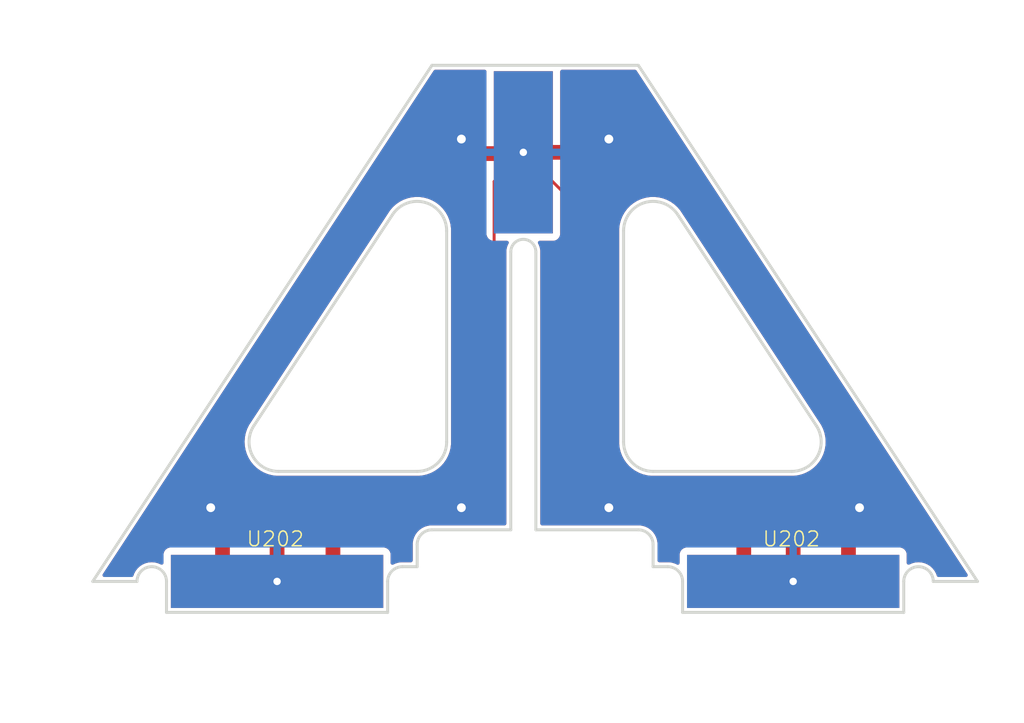
<source format=kicad_pcb>
(kicad_pcb (version 20240108) (generator "pcbnew") (generator_version "8.0")
  (layers (0 "F.Cu" signal) (31 "B.Cu" signal) (34 "B.Paste" user) (35 "F.Paste" user) (36 "B.SilkS" user "B.Silkscreen") (37 "F.SilkS" user "F.Silkscreen") (38 "B.Mask" user) (39 "F.Mask" user) (44 "Edge.Cuts" user))
  (net 0 "")
  (net 1 "gnd")
  (footprint "my_footprints:edge_contact_11" (layer "F.Cu") (at -0.8 15.9 90)
    (property "Reference" "REF**" (hide yes))
    (property "Value" "edge_contact_11")
    (pad "1" thru_hole rect (at 0 0 90) (size 11 4) (drill 0.5) (layers "*.Cu" "*.Mask") (net 1 "gnd"))
  )
  (footprint "my_footprints:edge_contact" (layer "F.Cu") (at 17.5 45)
    (property "Reference" "U202" (at -0.12 -2.88 0) (layer "F.SilkS") (effects (font (thickness 0.1))))
    (property "Value" "~")
    (pad "1" thru_hole rect (at 0 0) (size 14.4 3.6) (drill 0.5) (layers "*.Cu" "*.Mask") (net 1 "gnd"))
  )
  (footprint "my_footprints:edge_contact" (layer "F.Cu") (at -17.5 45)
    (property "Reference" "U202" (at -0.12 -2.88 0) (layer "F.SilkS") (effects (font (thickness 0.1))))
    (property "Value" "~")
    (pad "1" thru_hole rect (at 0 0) (size 14.4 3.6) (drill 0.5) (layers "*.Cu" "*.Mask") (net 1 "gnd"))
  )
  (gr_arc (start -1.65 22.65) (mid -0.8 21.8) (end 0.05 22.65) (stroke (width 0.2)) (layer "Edge.Cuts"))
  (gr_line (start -1.65 41.5) (end -7 41.5) (stroke (width 0.2)) (layer "Edge.Cuts"))
  (gr_line (start 7 10) (end 30 45) (stroke (width 0.2)) (layer "Edge.Cuts"))
  (gr_line (start 10 47.1) (end 25 47.1) (stroke (width 0.2)) (layer "Edge.Cuts"))
  (gr_arc (start 25 45) (mid 26 44) (end 27 45) (stroke (width 0.2)) (layer "Edge.Cuts"))
  (gr_arc (start 7 41.5) (mid 7.707107 41.792893) (end 8 42.5) (stroke (width 0.2)) (layer "Edge.Cuts"))
  (gr_line (start 6 21.226868) (end 6 35.537) (stroke (width 0.2)) (layer "Edge.Cuts"))
  (gr_arc (start 9 44) (mid 9.707107 44.292893) (end 10 45) (stroke (width 0.2)) (layer "Edge.Cuts"))
  (gr_arc (start -6 35.537) (mid -6.585786 36.951214) (end -8 37.537) (stroke (width 0.2)) (layer "Edge.Cuts"))
  (gr_line (start 9.671615 20.128822) (end 19.071615 34.438954) (stroke (width 0.2)) (layer "Edge.Cuts"))
  (gr_line (start -9 44) (end -8 44) (stroke (width 0.2)) (layer "Edge.Cuts"))
  (gr_line (start -10 47.1) (end -10 45) (stroke (width 0.2)) (layer "Edge.Cuts"))
  (gr_line (start -30 45) (end -7 10) (stroke (width 0.2)) (layer "Edge.Cuts"))
  (gr_arc (start 8 37.537) (mid 6.585786 36.951214) (end 6 35.537) (stroke (width 0.2)) (layer "Edge.Cuts"))
  (gr_arc (start 6 21.226868) (mid 7.42695 19.310722) (end 9.671615 20.128822) (stroke (width 0.2)) (layer "Edge.Cuts"))
  (gr_line (start -25 45) (end -25 47.1) (stroke (width 0.2)) (layer "Edge.Cuts"))
  (gr_arc (start -17.4 37.537) (mid -19.160127 36.486713) (end -19.071615 34.438954) (stroke (width 0.2)) (layer "Edge.Cuts"))
  (gr_line (start -19.071615 34.438954) (end -9.671615 20.128822) (stroke (width 0.2)) (layer "Edge.Cuts"))
  (gr_line (start -17.4 37.537) (end -8 37.537) (stroke (width 0.2)) (layer "Edge.Cuts"))
  (gr_line (start -25 47.1) (end -10 47.1) (stroke (width 0.2)) (layer "Edge.Cuts"))
  (gr_arc (start -9.671615 20.128822) (mid -7.426951 19.310721) (end -6 21.226868) (stroke (width 0.2)) (layer "Edge.Cuts"))
  (gr_line (start -8 42.5) (end -8 44) (stroke (width 0.2)) (layer "Edge.Cuts"))
  (gr_arc (start 19.071615 34.438954) (mid 19.160126 36.486712) (end 17.4 37.537) (stroke (width 0.2)) (layer "Edge.Cuts"))
  (gr_arc (start -10 45) (mid -9.707107 44.292893) (end -9 44) (stroke (width 0.2)) (layer "Edge.Cuts"))
  (gr_line (start 10 45) (end 10 47.1) (stroke (width 0.2)) (layer "Edge.Cuts"))
  (gr_line (start -1.65 22.65) (end -1.65 41.5) (stroke (width 0.2)) (layer "Edge.Cuts"))
  (gr_line (start -6 35.537) (end -6 21.226868) (stroke (width 0.2)) (layer "Edge.Cuts"))
  (gr_arc (start -27 45) (mid -26 44) (end -25 45) (stroke (width 0.2)) (layer "Edge.Cuts"))
  (gr_line (start 7 10) (end -7 10) (stroke (width 0.2)) (layer "Edge.Cuts"))
  (gr_arc (start -8 42.5) (mid -7.707107 41.792893) (end -7 41.5) (stroke (width 0.2)) (layer "Edge.Cuts"))
  (gr_line (start 27 45) (end 30 45) (stroke (width 0.2)) (layer "Edge.Cuts"))
  (gr_line (start 25 47.1) (end 25 45) (stroke (width 0.2)) (layer "Edge.Cuts"))
  (gr_line (start 7 41.5) (end 0.05 41.5) (stroke (width 0.2)) (layer "Edge.Cuts"))
  (gr_line (start 8 42.5) (end 8 44) (stroke (width 0.2)) (layer "Edge.Cuts"))
  (gr_line (start 8 44) (end 9 44) (stroke (width 0.2)) (layer "Edge.Cuts"))
  (gr_line (start 8 37.537) (end 17.4 37.537) (stroke (width 0.2)) (layer "Edge.Cuts"))
  (gr_line (start -27 45) (end -30 45) (stroke (width 0.2)) (layer "Edge.Cuts"))
  (gr_line (start 0.05 22.65) (end 0.05 41.5) (stroke (width 0.2)) (layer "Edge.Cuts"))
  (segment (start 2.49 19.19) (end -0.8 15.9) (width 0.2) (layer "F.Cu") (net 1))
  (segment (start -14.39 38.69) (end -4.75 38.69) (width 0.2) (layer "F.Cu") (net 1))
  (segment (start -0.8 15.9) (end 4.1 15.9) (width 1) (layer "F.Cu") (net 1))
  (segment (start 14.15 40.99) (end 21.01 40.99) (width 0.2) (layer "F.Cu") (net 1))
  (segment (start 17.5 45) (end 15.11 45) (width 0.2) (layer "F.Cu") (net 1))
  (segment (start 2.49 37.41) (end 2.49 19.19) (width 0.2) (layer "F.Cu") (net 1))
  (segment (start -21.2 40.8) (end -22 40) (width 0.2) (layer "F.Cu") (net 1))
  (segment (start 17.5 41.28) (end 17.5 45) (width 1) (layer "F.Cu") (net 1))
  (segment (start -17.5 41.8) (end -17.5 45) (width 1) (layer "F.Cu") (net 1))
  (segment (start -17.5 45) (end -14.31 45) (width 0.2) (layer "F.Cu") (net 1))
  (segment (start 17.5 41.28) (end 15.81 39.59) (width 0.2) (layer "F.Cu") (net 1))
  (segment (start -14.31 45) (end -13.71 44.4) (width 0.2) (layer "F.Cu") (net 1))
  (segment (start -17.5 41.8) (end -14.39 38.69) (width 0.2) (layer "F.Cu") (net 1))
  (segment (start 21.01 40.99) (end 22 40) (width 0.2) (layer "F.Cu") (net 1))
  (segment (start -4.75 38.69) (end -2.78 36.72) (width 0.2) (layer "F.Cu") (net 1))
  (segment (start -13.71 44.4) (end -13.71 41.39) (width 1) (layer "F.Cu") (net 1))
  (segment (start 4.67 39.59) (end 2.49 37.41) (width 0.2) (layer "F.Cu") (net 1))
  (segment (start -17.5 45) (end -20.13 45) (width 0.2) (layer "F.Cu") (net 1))
  (segment (start 20.01 45) (end 21.25 43.76) (width 0.2) (layer "F.Cu") (net 1))
  (segment (start 14.15 44.04) (end 14.15 40.99) (width 1) (layer "F.Cu") (net 1))
  (segment (start -20.13 45) (end -21.2 43.93) (width 0.2) (layer "F.Cu") (net 1))
  (segment (start 21.25 40.75) (end 22 40) (width 0.2) (layer "F.Cu") (net 1))
  (segment (start -9.74 40) (end -5 40) (width 0.2) (layer "F.Cu") (net 1))
  (segment (start 21.25 43.76) (end 21.25 40.75) (width 1) (layer "F.Cu") (net 1))
  (segment (start -4.015 15.985) (end -5 15) (width 1) (layer "F.Cu") (net 1))
  (segment (start 17.5 45) (end 20.01 45) (width 0.2) (layer "F.Cu") (net 1))
  (segment (start 15.11 45) (end 14.15 44.04) (width 0.2) (layer "F.Cu") (net 1))
  (segment (start 15.81 39.59) (end 4.67 39.59) (width 0.2) (layer "F.Cu") (net 1))
  (segment (start -0.8 15.9) (end -0.885 15.985) (width 0.2) (layer "F.Cu") (net 1))
  (segment (start -11.13 41.39) (end -9.74 40) (width 0.2) (layer "F.Cu") (net 1))
  (segment (start -0.885 15.985) (end -4.015 15.985) (width 1) (layer "F.Cu") (net 1))
  (segment (start -13.71 41.39) (end -11.13 41.39) (width 0.2) (layer "F.Cu") (net 1))
  (segment (start -2.78 36.72) (end -2.78 17.88) (width 0.2) (layer "F.Cu") (net 1))
  (segment (start 4.1 15.9) (end 5 15) (width 1) (layer "F.Cu") (net 1))
  (segment (start -21.2 43.93) (end -21.2 40.8) (width 1) (layer "F.Cu") (net 1))
  (segment (start -2.78 17.88) (end -0.8 15.9) (width 0.2) (layer "F.Cu") (net 1))
  (via (at -5 40) (size 1) (drill 0.6) (layers "F.Cu" "B.Cu") (net 1))
  (via (at 5 40) (size 1) (drill 0.6) (layers "F.Cu" "B.Cu") (net 1))
  (via (at 22 40) (size 1) (drill 0.6) (layers "F.Cu" "B.Cu") (net 1))
  (via (at -5 15) (size 1) (drill 0.6) (layers "F.Cu" "B.Cu") (net 1))
  (via (at 5 15) (size 1) (drill 0.6) (layers "F.Cu" "B.Cu") (net 1))
  (via (at -22 40) (size 1) (drill 0.6) (layers "F.Cu" "B.Cu") (net 1))
  (zone (net 1) (net_name "gnd") (layers "F&B.Cu") (connect_pads (clearance 0.5)) (min_thickness 0.25) (fill yes (thermal_gap 0.5) (thermal_bridge_width 0.5))
    (polygon (pts (xy -36.17 5.57) (xy 33.16 5.57) (xy 33.16 54.63) (xy -36.29 54.63)))
  )
)
</source>
